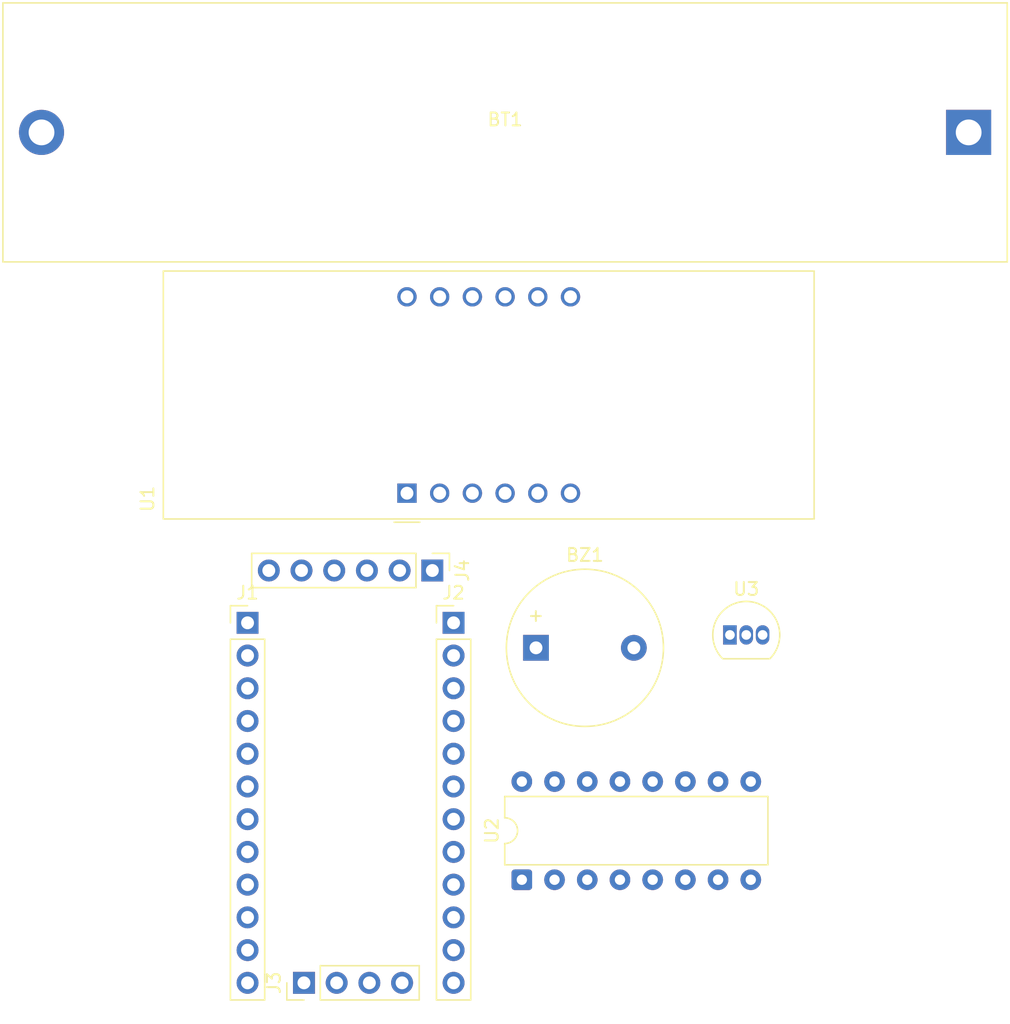
<source format=kicad_pcb>
(kicad_pcb (version 20241229) (generator "pcbnew") (generator_version "9.0")
  (layers (0 "F.Cu" signal) (2 "B.Cu" signal) (13 "F.Paste" user) (15 "B.Paste" user) (5 "F.SilkS" user "F.Silkscreen") (7 "B.SilkS" user "B.Silkscreen") (1 "F.Mask" user) (3 "B.Mask" user) (25 "Edge.Cuts" user))
  (net 0 "")
  (net 4 "Net-(U1-f)")
  (net 5 "Net-(U1-e)")
  (net 7 "Net-(U1-g)")
  (net 10 "Net-(U1-d)")
  (net 12 "Net-(U1-c)")
  (net 13 "Net-(U1-b)")
  (net 14 "Net-(U1-a)")
  (net 19 "Net-(U2-QF)")
  (net 21 "Net-(U2-QD)")
  (net 23 "Net-(U2-QG)")
  (net 24 "VCC")
  (net 25 "Net-(U2-QE)")
  (net 27 "GND")
  (net 28 "Net-(U2-QB)")
  (net 29 "Net-(U2-QA)")
  (net 30 "Net-(U2-QC)")
  (net 31 "A0")
  (net 32 "A4")
  (net 33 "A5")
  (net 34 "A7")
  (net 35 "A6")
  (net 36 "TX")
  (net 37 "7")
  (net 38 "RST")
  (net 39 "4")
  (net 40 "6")
  (net 41 "2")
  (net 42 "8")
  (net 43 "9")
  (net 44 "3")
  (net 45 "RX")
  (net 46 "5")
  (net 47 "10")
  (net 48 "A3")
  (net 49 "RAW")
  (net 50 "A1")
  (net 51 "A2")
  (net 52 "12")
  (net 53 "11")
  (net 54 "13")
  (net 55 "DTR")
  (footprint "Buzzer_Beeper:Buzzer_12x9.5RM7.6" (layer "F.Cu") (at 141.4 136)
    (property "Reference" "BZ1" (at 3.8 -7.2 0) (layer "F.SilkS"))
    (property "Value" "Buzzer")
    (fp_circle (center 3.8 0) (end 9.9 0) (stroke (width 0.12)) (fill no) (layer "F.SilkS"))
    (fp_text user "+" (at -0.01 -2.54 0) (layer "F.SilkS"))
    (pad "1" thru_hole rect (at 0 0) (size 2 2) (drill 1) (layers "*.Cu" "*.Mask"))
    (pad "2" thru_hole circle (at 7.6 0) (size 2 2) (drill 1) (layers "*.Cu" "*.Mask"))
  )
  (footprint "Connector_PinHeader_2.54mm:PinHeader_1x12_P2.54mm_Vertical" (layer "F.Cu") (at 135 134.06)
    (property "Reference" "J2" (at 0 -2.33 0) (layer "F.SilkS"))
    (property "Value" "~")
    (fp_line (start -1.33 -1.33) (end 0 -1.33) (stroke (width 0.12)) (layer "F.SilkS"))
    (fp_line (start -1.33 0) (end -1.33 -1.33) (stroke (width 0.12)) (layer "F.SilkS"))
    (fp_line (start -1.33 1.27) (end -1.33 29.27) (stroke (width 0.12)) (layer "F.SilkS"))
    (fp_line (start -1.33 1.27) (end 1.33 1.27) (stroke (width 0.12)) (layer "F.SilkS"))
    (fp_line (start -1.33 29.27) (end 1.33 29.27) (stroke (width 0.12)) (layer "F.SilkS"))
    (fp_line (start 1.33 1.27) (end 1.33 29.27) (stroke (width 0.12)) (layer "F.SilkS"))
    (pad "1" thru_hole rect (at 0 0) (size 1.7 1.7) (drill 1) (layers "*.Cu" "*.Mask") (net 49 "RAW"))
    (pad "2" thru_hole oval (at 0 2.54) (size 1.7 1.7) (drill 1) (layers "*.Cu" "*.Mask") (net 27 "GND"))
    (pad "3" thru_hole oval (at 0 5.08) (size 1.7 1.7) (drill 1) (layers "*.Cu" "*.Mask") (net 38 "RST"))
    (pad "4" thru_hole oval (at 0 7.62) (size 1.7 1.7) (drill 1) (layers "*.Cu" "*.Mask") (net 24 "VCC"))
    (pad "5" thru_hole oval (at 0 10.16) (size 1.7 1.7) (drill 1) (layers "*.Cu" "*.Mask") (net 48 "A3"))
    (pad "6" thru_hole oval (at 0 12.7) (size 1.7 1.7) (drill 1) (layers "*.Cu" "*.Mask") (net 51 "A2"))
    (pad "7" thru_hole oval (at 0 15.24) (size 1.7 1.7) (drill 1) (layers "*.Cu" "*.Mask") (net 50 "A1"))
    (pad "8" thru_hole oval (at 0 17.78) (size 1.7 1.7) (drill 1) (layers "*.Cu" "*.Mask") (net 31 "A0"))
    (pad "9" thru_hole oval (at 0 20.32) (size 1.7 1.7) (drill 1) (layers "*.Cu" "*.Mask") (net 54 "13"))
    (pad "10" thru_hole oval (at 0 22.86) (size 1.7 1.7) (drill 1) (layers "*.Cu" "*.Mask") (net 52 "12"))
    (pad "11" thru_hole oval (at 0 25.4) (size 1.7 1.7) (drill 1) (layers "*.Cu" "*.Mask") (net 53 "11"))
    (pad "12" thru_hole oval (at 0 27.94) (size 1.7 1.7) (drill 1) (layers "*.Cu" "*.Mask") (net 47 "10"))
  )
  (footprint "Package_DIP:DIP-16_W7.62mm" (layer "F.Cu") (at 140.3 154 90)
    (property "Reference" "U2" (at 3.81 -2.33 90) (layer "F.SilkS"))
    (property "Value" "74HC595")
    (fp_line (start 6.46 -1.33) (end 4.81 -1.33) (stroke (width 0.12)) (layer "F.SilkS"))
    (fp_line (start 2.81 -1.33) (end 1.16 -1.33) (stroke (width 0.12)) (layer "F.SilkS"))
    (fp_line (start 1.16 -1.33) (end 1.16 19.11) (stroke (width 0.12)) (layer "F.SilkS"))
    (fp_line (start 6.46 19.11) (end 6.46 -1.33) (stroke (width 0.12)) (layer "F.SilkS"))
    (fp_line (start 1.16 19.11) (end 6.46 19.11) (stroke (width 0.12)) (layer "F.SilkS"))
    (fp_arc (start 4.81 -1.33) (mid 3.81 -0.33) (end 2.81 -1.33) (stroke (width 0.12)) (layer "F.SilkS"))
    (pad "1" thru_hole roundrect (at 0 0 90) (size 1.6 1.6) (drill 0.8) (layers "*.Cu" "*.Mask") (roundrect_rratio 0.15625) (net 28 "Net-(U2-QB)"))
    (pad "2" thru_hole circle (at 0 2.54 90) (size 1.6 1.6) (drill 0.8) (layers "*.Cu" "*.Mask") (net 30 "Net-(U2-QC)"))
    (pad "3" thru_hole circle (at 0 5.08 90) (size 1.6 1.6) (drill 0.8) (layers "*.Cu" "*.Mask") (net 21 "Net-(U2-QD)"))
    (pad "4" thru_hole circle (at 0 7.62 90) (size 1.6 1.6) (drill 0.8) (layers "*.Cu" "*.Mask") (net 25 "Net-(U2-QE)"))
    (pad "5" thru_hole circle (at 0 10.16 90) (size 1.6 1.6) (drill 0.8) (layers "*.Cu" "*.Mask") (net 19 "Net-(U2-QF)"))
    (pad "6" thru_hole circle (at 0 12.7 90) (size 1.6 1.6) (drill 0.8) (layers "*.Cu" "*.Mask") (net 23 "Net-(U2-QG)"))
    (pad "7" thru_hole circle (at 0 15.24 90) (size 1.6 1.6) (drill 0.8) (layers "*.Cu" "*.Mask"))
    (pad "8" thru_hole circle (at 0 17.78 90) (size 1.6 1.6) (drill 0.8) (layers "*.Cu" "*.Mask") (net 27 "GND"))
    (pad "9" thru_hole circle (at 7.62 17.78 90) (size 1.6 1.6) (drill 0.8) (layers "*.Cu" "*.Mask"))
    (pad "10" thru_hole circle (at 7.62 15.24 90) (size 1.6 1.6) (drill 0.8) (layers "*.Cu" "*.Mask"))
    (pad "11" thru_hole circle (at 7.62 12.7 90) (size 1.6 1.6) (drill 0.8) (layers "*.Cu" "*.Mask"))
    (pad "12" thru_hole circle (at 7.62 10.16 90) (size 1.6 1.6) (drill 0.8) (layers "*.Cu" "*.Mask"))
    (pad "13" thru_hole circle (at 7.62 7.62 90) (size 1.6 1.6) (drill 0.8) (layers "*.Cu" "*.Mask"))
    (pad "14" thru_hole circle (at 7.62 5.08 90) (size 1.6 1.6) (drill 0.8) (layers "*.Cu" "*.Mask"))
    (pad "15" thru_hole circle (at 7.62 2.54 90) (size 1.6 1.6) (drill 0.8) (layers "*.Cu" "*.Mask") (net 29 "Net-(U2-QA)"))
    (pad "16" thru_hole circle (at 7.62 0 90) (size 1.6 1.6) (drill 0.8) (layers "*.Cu" "*.Mask") (net 24 "VCC"))
  )
  (footprint "Connector_PinHeader_2.54mm:PinHeader_1x12_P2.54mm_Vertical" (layer "F.Cu") (at 119 134.06)
    (property "Reference" "J1" (at 0 -2.33 0) (layer "F.SilkS"))
    (property "Value" "~")
    (fp_line (start -1.33 -1.33) (end 0 -1.33) (stroke (width 0.12)) (layer "F.SilkS"))
    (fp_line (start -1.33 0) (end -1.33 -1.33) (stroke (width 0.12)) (layer "F.SilkS"))
    (fp_line (start -1.33 1.27) (end -1.33 29.27) (stroke (width 0.12)) (layer "F.SilkS"))
    (fp_line (start -1.33 1.27) (end 1.33 1.27) (stroke (width 0.12)) (layer "F.SilkS"))
    (fp_line (start -1.33 29.27) (end 1.33 29.27) (stroke (width 0.12)) (layer "F.SilkS"))
    (fp_line (start 1.33 1.27) (end 1.33 29.27) (stroke (width 0.12)) (layer "F.SilkS"))
    (pad "1" thru_hole rect (at 0 0) (size 1.7 1.7) (drill 1) (layers "*.Cu" "*.Mask") (net 36 "TX"))
    (pad "2" thru_hole oval (at 0 2.54) (size 1.7 1.7) (drill 1) (layers "*.Cu" "*.Mask") (net 45 "RX"))
    (pad "3" thru_hole oval (at 0 5.08) (size 1.7 1.7) (drill 1) (layers "*.Cu" "*.Mask") (net 38 "RST"))
    (pad "4" thru_hole oval (at 0 7.62) (size 1.7 1.7) (drill 1) (layers "*.Cu" "*.Mask") (net 27 "GND"))
    (pad "5" thru_hole oval (at 0 10.16) (size 1.7 1.7) (drill 1) (layers "*.Cu" "*.Mask") (net 41 "2"))
    (pad "6" thru_hole oval (at 0 12.7) (size 1.7 1.7) (drill 1) (layers "*.Cu" "*.Mask") (net 44 "3"))
    (pad "7" thru_hole oval (at 0 15.24) (size 1.7 1.7) (drill 1) (layers "*.Cu" "*.Mask") (net 39 "4"))
    (pad "8" thru_hole oval (at 0 17.78) (size 1.7 1.7) (drill 1) (layers "*.Cu" "*.Mask") (net 46 "5"))
    (pad "9" thru_hole oval (at 0 20.32) (size 1.7 1.7) (drill 1) (layers "*.Cu" "*.Mask") (net 40 "6"))
    (pad "10" thru_hole oval (at 0 22.86) (size 1.7 1.7) (drill 1) (layers "*.Cu" "*.Mask") (net 37 "7"))
    (pad "11" thru_hole oval (at 0 25.4) (size 1.7 1.7) (drill 1) (layers "*.Cu" "*.Mask") (net 42 "8"))
    (pad "12" thru_hole oval (at 0 27.94) (size 1.7 1.7) (drill 1) (layers "*.Cu" "*.Mask") (net 43 "9"))
  )
  (footprint "Battery:BatteryHolder_MPD_BH-18650-PC2" (layer "F.Cu") (at 175 96 180)
    (property "Reference" "BT1" (at 36 1 0) (layer "F.SilkS"))
    (property "Value" "Battery")
    (fp_line (start 75 10.05) (end -3 10.05) (stroke (width 0.12)) (layer "F.SilkS"))
    (fp_line (start 75 -10.05) (end 75 10.05) (stroke (width 0.12)) (layer "F.SilkS"))
    (fp_line (start -3 10.05) (end -3 -10.05) (stroke (width 0.12)) (layer "F.SilkS"))
    (fp_line (start -3 -10.05) (end 75 -10.05) (stroke (width 0.12)) (layer "F.SilkS"))
    (pad "" np_thru_hole circle (at 8.645 0 180) (size 3.2 3.2) (drill 3.2) (layers "*.Cu" "*.Mask"))
    (pad "" np_thru_hole circle (at 64.255 0 180) (size 3.2 3.2) (drill 3.2) (layers "*.Cu" "*.Mask"))
    (pad "1" thru_hole rect (at 0 0 180) (size 3.5 3.5) (drill 2) (layers "*.Cu" "*.Mask") (net 24 "VCC"))
    (pad "2" thru_hole circle (at 72 0 180) (size 3.5 3.5) (drill 2) (layers "*.Cu" "*.Mask") (net 27 "GND"))
  )
  (footprint "Display_7Segment:CA56-12CGKWA" (layer "F.Cu") (at 131.38 124 90)
    (property "Reference" "U1" (at -0.44 -20.15 90) (layer "F.SilkS"))
    (property "Value" "CA56-12SURKWA")
    (fp_line (start -2 -18.92) (end 17.24 -18.92) (stroke (width 0.12)) (layer "F.SilkS"))
    (fp_line (start -2 -18.92) (end -2 31.62) (stroke (width 0.12)) (layer "F.SilkS"))
    (fp_line (start -2.25 -1) (end -2.25 1) (stroke (width 0.12)) (layer "F.SilkS"))
    (fp_line (start 17.24 31.62) (end 17.24 -18.92) (stroke (width 0.12)) (layer "F.SilkS"))
    (fp_line (start -2 31.62) (end 17.24 31.62) (stroke (width 0.12)) (layer "F.SilkS"))
    (pad "1" thru_hole rect (at 0 0 90) (size 1.5 1.5) (drill 1) (layers "*.Cu" "*.Mask") (net 5 "Net-(U1-e)"))
    (pad "2" thru_hole circle (at 0 2.54 90) (size 1.5 1.5) (drill 1) (layers "*.Cu" "*.Mask") (net 10 "Net-(U1-d)"))
    (pad "3" thru_hole circle (at 0 5.08 90) (size 1.5 1.5) (drill 1) (layers "*.Cu" "*.Mask"))
    (pad "4" thru_hole circle (at 0 7.62 90) (size 1.5 1.5) (drill 1) (layers "*.Cu" "*.Mask") (net 12 "Net-(U1-c)"))
    (pad "5" thru_hole circle (at 0 10.16 90) (size 1.5 1.5) (drill 1) (layers "*.Cu" "*.Mask") (net 7 "Net-(U1-g)"))
    (pad "6" thru_hole circle (at 0 12.7 90) (size 1.5 1.5) (drill 1) (layers "*.Cu" "*.Mask"))
    (pad "7" thru_hole circle (at 15.24 12.7 90) (size 1.5 1.5) (drill 1) (layers "*.Cu" "*.Mask") (net 13 "Net-(U1-b)"))
    (pad "8" thru_hole circle (at 15.24 10.16 90) (size 1.5 1.5) (drill 1) (layers "*.Cu" "*.Mask"))
    (pad "9" thru_hole circle (at 15.24 7.62 90) (size 1.5 1.5) (drill 1) (layers "*.Cu" "*.Mask"))
    (pad "10" thru_hole circle (at 15.24 5.08 90) (size 1.5 1.5) (drill 1) (layers "*.Cu" "*.Mask") (net 4 "Net-(U1-f)"))
    (pad "11" thru_hole circle (at 15.24 2.54 90) (size 1.5 1.5) (drill 1) (layers "*.Cu" "*.Mask") (net 14 "Net-(U1-a)"))
    (pad "12" thru_hole circle (at 15.24 0 90) (size 1.5 1.5) (drill 1) (layers "*.Cu" "*.Mask"))
  )
  (footprint "Connector_PinHeader_2.54mm:PinHeader_1x06_P2.54mm_Vertical" (layer "F.Cu") (at 133.35 130 -90)
    (property "Reference" "J4" (at 0 -2.33 90) (layer "F.SilkS"))
    (property "Value" "~")
    (fp_line (start -1.33 14.03) (end 1.33 14.03) (stroke (width 0.12)) (layer "F.SilkS"))
    (fp_line (start -1.33 1.27) (end -1.33 14.03) (stroke (width 0.12)) (layer "F.SilkS"))
    (fp_line (start -1.33 1.27) (end 1.33 1.27) (stroke (width 0.12)) (layer "F.SilkS"))
    (fp_line (start 1.33 1.27) (end 1.33 14.03) (stroke (width 0.12)) (layer "F.SilkS"))
    (fp_line (start -1.33 0) (end -1.33 -1.33) (stroke (width 0.12)) (layer "F.SilkS"))
    (fp_line (start -1.33 -1.33) (end 0 -1.33) (stroke (width 0.12)) (layer "F.SilkS"))
    (pad "1" thru_hole rect (at 0 0 270) (size 1.7 1.7) (drill 1) (layers "*.Cu" "*.Mask") (net 55 "DTR"))
    (pad "2" thru_hole oval (at 0 2.54 270) (size 1.7 1.7) (drill 1) (layers "*.Cu" "*.Mask") (net 36 "TX"))
    (pad "3" thru_hole oval (at 0 5.08 270) (size 1.7 1.7) (drill 1) (layers "*.Cu" "*.Mask") (net 45 "RX"))
    (pad "4" thru_hole oval (at 0 7.62 270) (size 1.7 1.7) (drill 1) (layers "*.Cu" "*.Mask") (net 24 "VCC"))
    (pad "5" thru_hole oval (at 0 10.16 270) (size 1.7 1.7) (drill 1) (layers "*.Cu" "*.Mask") (net 27 "GND"))
    (pad "6" thru_hole oval (at 0 12.7 270) (size 1.7 1.7) (drill 1) (layers "*.Cu" "*.Mask") (net 27 "GND"))
  )
  (footprint "Package_TO_SOT_THT:TO-92_Inline" (layer "F.Cu") (at 156.46 135)
    (property "Reference" "U3" (at 1.27 -3.56 0) (layer "F.SilkS"))
    (property "Value" "LM35-LP")
    (fp_line (start -0.53 1.85) (end 3.07 1.85) (stroke (width 0.12)) (layer "F.SilkS"))
    (fp_arc (start -0.568478 1.838478) (mid -1.132087 -0.994977) (end 1.27 -2.6) (stroke (width 0.12)) (layer "F.SilkS"))
    (fp_arc (start 1.27 -2.6) (mid 3.672087 -0.994977) (end 3.108478 1.838478) (stroke (width 0.12)) (layer "F.SilkS"))
    (pad "1" thru_hole rect (at 0 0) (size 1.05 1.5) (drill 0.75) (layers "*.Cu" "*.Mask") (net 24 "VCC"))
    (pad "2" thru_hole oval (at 1.27 0) (size 1.05 1.5) (drill 0.75) (layers "*.Cu" "*.Mask") (net 31 "A0"))
    (pad "3" thru_hole oval (at 2.54 0) (size 1.05 1.5) (drill 0.75) (layers "*.Cu" "*.Mask") (net 27 "GND"))
  )
  (footprint "Connector_PinHeader_2.54mm:PinHeader_1x04_P2.54mm_Vertical" (layer "F.Cu") (at 123.38 162 90)
    (property "Reference" "J3" (at 0 -2.33 90) (layer "F.SilkS"))
    (property "Value" "~")
    (fp_line (start -1.33 -1.33) (end 0 -1.33) (stroke (width 0.12)) (layer "F.SilkS"))
    (fp_line (start -1.33 0) (end -1.33 -1.33) (stroke (width 0.12)) (layer "F.SilkS"))
    (fp_line (start 1.33 1.27) (end 1.33 8.95) (stroke (width 0.12)) (layer "F.SilkS"))
    (fp_line (start -1.33 1.27) (end 1.33 1.27) (stroke (width 0.12)) (layer "F.SilkS"))
    (fp_line (start -1.33 1.27) (end -1.33 8.95) (stroke (width 0.12)) (layer "F.SilkS"))
    (fp_line (start -1.33 8.95) (end 1.33 8.95) (stroke (width 0.12)) (layer "F.SilkS"))
    (pad "1" thru_hole rect (at 0 0 90) (size 1.7 1.7) (drill 1) (layers "*.Cu" "*.Mask") (net 32 "A4"))
    (pad "2" thru_hole oval (at 0 2.54 90) (size 1.7 1.7) (drill 1) (layers "*.Cu" "*.Mask") (net 33 "A5"))
    (pad "3" thru_hole oval (at 0 5.08 90) (size 1.7 1.7) (drill 1) (layers "*.Cu" "*.Mask") (net 35 "A6"))
    (pad "4" thru_hole oval (at 0 7.62 90) (size 1.7 1.7) (drill 1) (layers "*.Cu" "*.Mask") (net 34 "A7"))
  )
)
</source>
